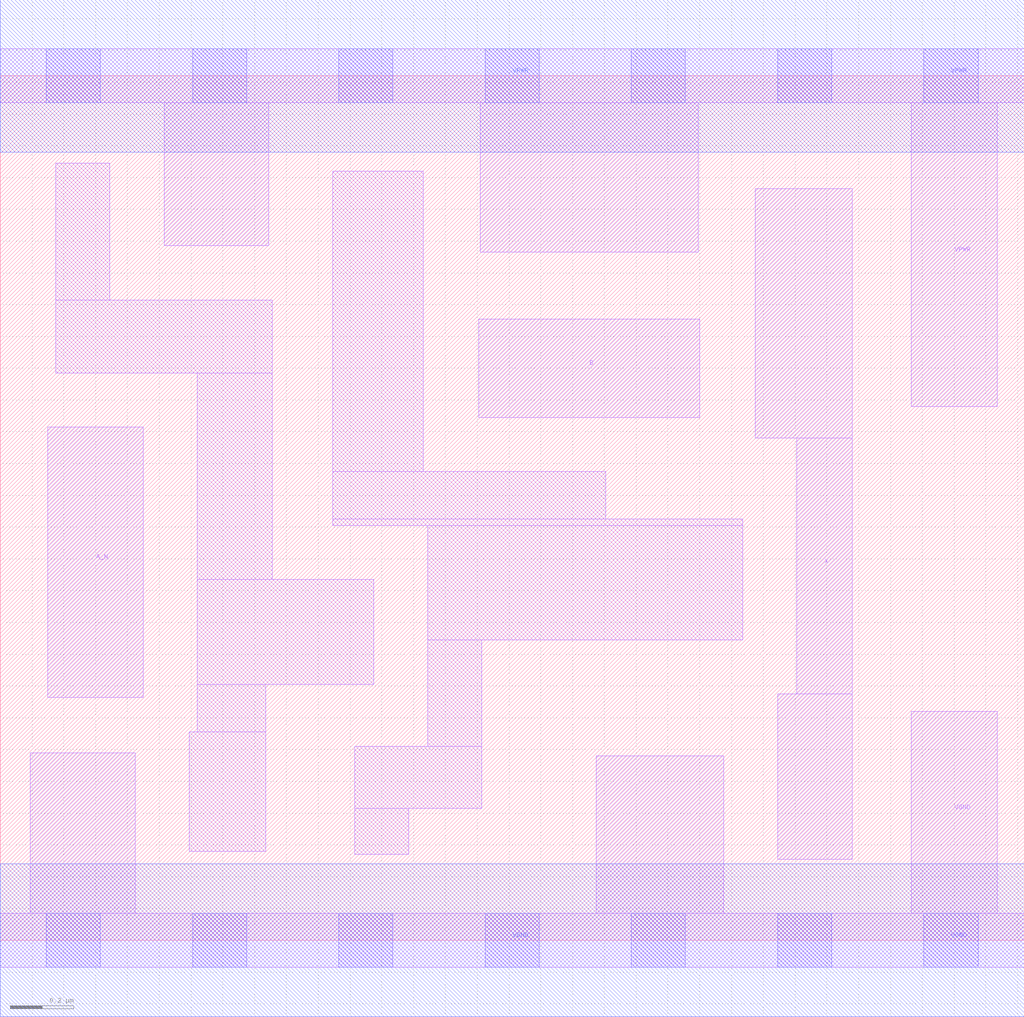
<source format=lef>
# Copyright 2020 The SkyWater PDK Authors
#
# Licensed under the Apache License, Version 2.0 (the "License");
# you may not use this file except in compliance with the License.
# You may obtain a copy of the License at
#
#     https://www.apache.org/licenses/LICENSE-2.0
#
# Unless required by applicable law or agreed to in writing, software
# distributed under the License is distributed on an "AS IS" BASIS,
# WITHOUT WARRANTIES OR CONDITIONS OF ANY KIND, either express or implied.
# See the License for the specific language governing permissions and
# limitations under the License.
#
# SPDX-License-Identifier: Apache-2.0

VERSION 5.7 ;
  NAMESCASESENSITIVE ON ;
  NOWIREEXTENSIONATPIN ON ;
  DIVIDERCHAR "/" ;
  BUSBITCHARS "[]" ;
UNITS
  DATABASE MICRONS 200 ;
END UNITS
MACRO sky130_fd_sc_hd__and2b_2
  CLASS CORE ;
  SOURCE USER ;
  FOREIGN sky130_fd_sc_hd__and2b_2 ;
  ORIGIN  0.000000  0.000000 ;
  SIZE  3.220000 BY  2.720000 ;
  SYMMETRY X Y R90 ;
  SITE unithd ;
  PIN A_N
    ANTENNAGATEAREA  0.126000 ;
    DIRECTION INPUT ;
    USE SIGNAL ;
    PORT
      LAYER li1 ;
        RECT 0.150000 0.765000 0.450000 1.615000 ;
    END
  END A_N
  PIN B
    ANTENNAGATEAREA  0.126000 ;
    DIRECTION INPUT ;
    USE SIGNAL ;
    PORT
      LAYER li1 ;
        RECT 1.505000 1.645000 2.200000 1.955000 ;
    END
  END B
  PIN X
    ANTENNADIFFAREA  0.445500 ;
    DIRECTION OUTPUT ;
    USE SIGNAL ;
    PORT
      LAYER li1 ;
        RECT 2.375000 1.580000 2.680000 2.365000 ;
        RECT 2.445000 0.255000 2.680000 0.775000 ;
        RECT 2.505000 0.775000 2.680000 1.580000 ;
    END
  END X
  PIN VGND
    DIRECTION INOUT ;
    SHAPE ABUTMENT ;
    USE GROUND ;
    PORT
      LAYER li1 ;
        RECT 0.000000 -0.085000 3.220000 0.085000 ;
        RECT 0.095000  0.085000 0.425000 0.590000 ;
        RECT 1.875000  0.085000 2.275000 0.580000 ;
        RECT 2.865000  0.085000 3.135000 0.720000 ;
      LAYER mcon ;
        RECT 0.145000 -0.085000 0.315000 0.085000 ;
        RECT 0.605000 -0.085000 0.775000 0.085000 ;
        RECT 1.065000 -0.085000 1.235000 0.085000 ;
        RECT 1.525000 -0.085000 1.695000 0.085000 ;
        RECT 1.985000 -0.085000 2.155000 0.085000 ;
        RECT 2.445000 -0.085000 2.615000 0.085000 ;
        RECT 2.905000 -0.085000 3.075000 0.085000 ;
      LAYER met1 ;
        RECT 0.000000 -0.240000 3.220000 0.240000 ;
    END
  END VGND
  PIN VPWR
    DIRECTION INOUT ;
    SHAPE ABUTMENT ;
    USE POWER ;
    PORT
      LAYER li1 ;
        RECT 0.000000 2.635000 3.220000 2.805000 ;
        RECT 0.515000 2.185000 0.845000 2.635000 ;
        RECT 1.510000 2.165000 2.195000 2.635000 ;
        RECT 2.865000 1.680000 3.135000 2.635000 ;
      LAYER mcon ;
        RECT 0.145000 2.635000 0.315000 2.805000 ;
        RECT 0.605000 2.635000 0.775000 2.805000 ;
        RECT 1.065000 2.635000 1.235000 2.805000 ;
        RECT 1.525000 2.635000 1.695000 2.805000 ;
        RECT 1.985000 2.635000 2.155000 2.805000 ;
        RECT 2.445000 2.635000 2.615000 2.805000 ;
        RECT 2.905000 2.635000 3.075000 2.805000 ;
      LAYER met1 ;
        RECT 0.000000 2.480000 3.220000 2.960000 ;
    END
  END VPWR
  OBS
    LAYER li1 ;
      RECT 0.175000 1.785000 0.855000 2.015000 ;
      RECT 0.175000 2.015000 0.345000 2.445000 ;
      RECT 0.595000 0.280000 0.835000 0.655000 ;
      RECT 0.620000 0.655000 0.835000 0.805000 ;
      RECT 0.620000 0.805000 1.175000 1.135000 ;
      RECT 0.620000 1.135000 0.855000 1.785000 ;
      RECT 1.045000 1.305000 2.335000 1.325000 ;
      RECT 1.045000 1.325000 1.905000 1.475000 ;
      RECT 1.045000 1.475000 1.330000 2.420000 ;
      RECT 1.115000 0.270000 1.285000 0.415000 ;
      RECT 1.115000 0.415000 1.515000 0.610000 ;
      RECT 1.345000 0.610000 1.515000 0.945000 ;
      RECT 1.345000 0.945000 2.335000 1.305000 ;
  END
END sky130_fd_sc_hd__and2b_2

</source>
